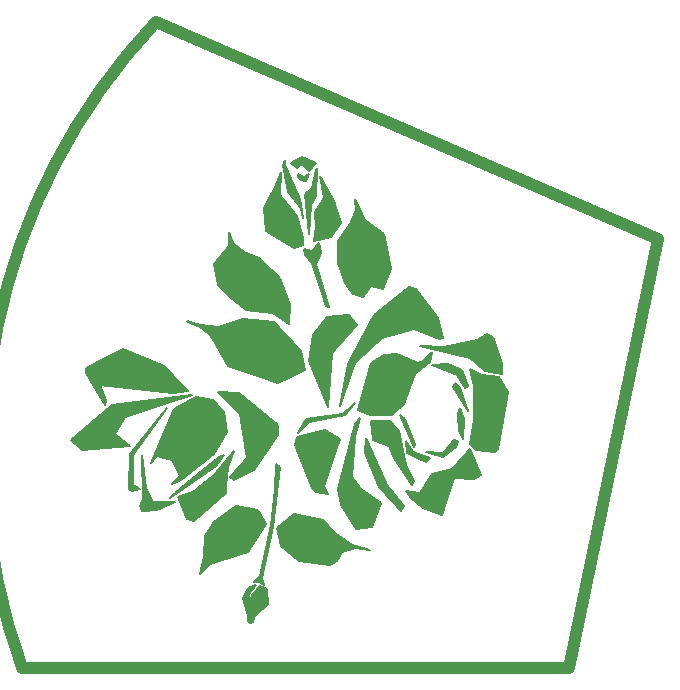
<source format=gbr>
%TF.GenerationSoftware,KiCad,Pcbnew,(6.0.6)*%
%TF.CreationDate,2022-09-18T12:13:00-04:00*%
%TF.ProjectId,tier2,74696572-322e-46b6-9963-61645f706362,rev?*%
%TF.SameCoordinates,Original*%
%TF.FileFunction,Soldermask,Top*%
%TF.FilePolarity,Negative*%
%FSLAX46Y46*%
G04 Gerber Fmt 4.6, Leading zero omitted, Abs format (unit mm)*
G04 Created by KiCad (PCBNEW (6.0.6)) date 2022-09-18 12:13:00*
%MOMM*%
%LPD*%
G01*
G04 APERTURE LIST*
%ADD10C,0.150000*%
%ADD11C,1.000000*%
G04 APERTURE END LIST*
D10*
G36*
X132625000Y-73375000D02*
G01*
X132975000Y-73100000D01*
X132800000Y-73725000D01*
X132375000Y-73650000D01*
X132100000Y-73325000D01*
X132100000Y-73075000D01*
X132625000Y-73375000D01*
G37*
X132625000Y-73375000D02*
X132975000Y-73100000D01*
X132800000Y-73725000D01*
X132375000Y-73650000D01*
X132100000Y-73325000D01*
X132100000Y-73075000D01*
X132625000Y-73375000D01*
G36*
X134025000Y-79825000D02*
G01*
X133600000Y-80750000D01*
X134750000Y-84375000D01*
X134475000Y-84300000D01*
X133300000Y-80625000D01*
X132650000Y-79975000D01*
X132625000Y-79475000D01*
X133250000Y-79600000D01*
X133875000Y-78975000D01*
X134025000Y-79825000D01*
G37*
X134025000Y-79825000D02*
X133600000Y-80750000D01*
X134750000Y-84375000D01*
X134475000Y-84300000D01*
X133300000Y-80625000D01*
X132650000Y-79975000D01*
X132625000Y-79475000D01*
X133250000Y-79600000D01*
X133875000Y-78975000D01*
X134025000Y-79825000D01*
G36*
X135150000Y-75400000D02*
G01*
X135725000Y-77275000D01*
X134850000Y-78400000D01*
X133400000Y-78750000D01*
X133575000Y-77575000D01*
X133500000Y-76300000D01*
X134325000Y-75100000D01*
X133950000Y-73250000D01*
X135150000Y-75400000D01*
G37*
X135150000Y-75400000D02*
X135725000Y-77275000D01*
X134850000Y-78400000D01*
X133400000Y-78750000D01*
X133575000Y-77575000D01*
X133500000Y-76300000D01*
X134325000Y-75100000D01*
X133950000Y-73250000D01*
X135150000Y-75400000D01*
G36*
X130525000Y-74850000D02*
G01*
X132025000Y-76650000D01*
X132475000Y-78525000D01*
X132475000Y-79150000D01*
X131775000Y-79375000D01*
X129375000Y-77950000D01*
X129175000Y-75975000D01*
X130175000Y-74200000D01*
X130650000Y-72925000D01*
X130525000Y-74850000D01*
G37*
X130525000Y-74850000D02*
X132025000Y-76650000D01*
X132475000Y-78525000D01*
X132475000Y-79150000D01*
X131775000Y-79375000D01*
X129375000Y-77950000D01*
X129175000Y-75975000D01*
X130175000Y-74200000D01*
X130650000Y-72925000D01*
X130525000Y-74850000D01*
G36*
X133625000Y-74975000D02*
G01*
X133225000Y-75750000D01*
X133025000Y-78150000D01*
X132675000Y-74825000D01*
X133250000Y-74250000D01*
X133625000Y-72725000D01*
X133725000Y-72625000D01*
X133625000Y-74975000D01*
G37*
X133625000Y-74975000D02*
X133225000Y-75750000D01*
X133025000Y-78150000D01*
X132675000Y-74825000D01*
X133250000Y-74250000D01*
X133625000Y-72725000D01*
X133725000Y-72625000D01*
X133625000Y-74975000D01*
G36*
X130951127Y-72333977D02*
G01*
X132251127Y-75233977D01*
X132525000Y-76800000D01*
X132304878Y-75981099D01*
X131204878Y-74606099D01*
X130775000Y-72350000D01*
X130975000Y-71925000D01*
X130951127Y-72333977D01*
G37*
X130951127Y-72333977D02*
X132251127Y-75233977D01*
X132525000Y-76800000D01*
X132304878Y-75981099D01*
X131204878Y-74606099D01*
X130775000Y-72350000D01*
X130975000Y-71925000D01*
X130951127Y-72333977D01*
G36*
X133625000Y-72200000D02*
G01*
X133000000Y-72825000D01*
X132400000Y-72250000D01*
X132000000Y-72600000D01*
X131500000Y-72150000D01*
X132400000Y-71650000D01*
X133625000Y-72200000D01*
G37*
X133625000Y-72200000D02*
X133000000Y-72825000D01*
X132400000Y-72250000D01*
X132000000Y-72600000D01*
X131500000Y-72150000D01*
X132400000Y-71650000D01*
X133625000Y-72200000D01*
G36*
X134200000Y-102425000D02*
G01*
X135250000Y-103475000D01*
X136625000Y-104475000D01*
X138200000Y-104900000D01*
X137000000Y-104750000D01*
X135800000Y-105125000D01*
X135400000Y-105850000D01*
X134824364Y-106207504D01*
X132139723Y-105852341D01*
X130640359Y-104594837D01*
X130325000Y-103100000D01*
X131725000Y-101850000D01*
X134200000Y-102425000D01*
G37*
X134200000Y-102425000D02*
X135250000Y-103475000D01*
X136625000Y-104475000D01*
X138200000Y-104900000D01*
X137000000Y-104750000D01*
X135800000Y-105125000D01*
X135400000Y-105850000D01*
X134824364Y-106207504D01*
X132139723Y-105852341D01*
X130640359Y-104594837D01*
X130325000Y-103100000D01*
X131725000Y-101850000D01*
X134200000Y-102425000D01*
G36*
X127905341Y-108698570D02*
G01*
X127975000Y-109600000D01*
X128225000Y-108775000D01*
X128850000Y-108000000D01*
X129450000Y-108275000D01*
X129575000Y-109475000D01*
X128375000Y-110600000D01*
X128300000Y-111000000D01*
X128050000Y-111150000D01*
X127825000Y-110950000D01*
X127875000Y-110550000D01*
X127450000Y-109025000D01*
X127850000Y-108150000D01*
X128563378Y-107895712D01*
X127905341Y-108698570D01*
G37*
X127905341Y-108698570D02*
X127975000Y-109600000D01*
X128225000Y-108775000D01*
X128850000Y-108000000D01*
X129450000Y-108275000D01*
X129575000Y-109475000D01*
X128375000Y-110600000D01*
X128300000Y-111000000D01*
X128050000Y-111150000D01*
X127825000Y-110950000D01*
X127875000Y-110550000D01*
X127450000Y-109025000D01*
X127850000Y-108150000D01*
X128563378Y-107895712D01*
X127905341Y-108698570D01*
G36*
X130600000Y-97875000D02*
G01*
X129925000Y-102975000D01*
X129000000Y-107325000D01*
X129225000Y-107875000D01*
X128775000Y-107650000D01*
X128325000Y-107650000D01*
X128825000Y-107175000D01*
X129825000Y-102800000D01*
X130150000Y-99850000D01*
X130200000Y-97700000D01*
X130600000Y-97875000D01*
G37*
X130600000Y-97875000D02*
X129925000Y-102975000D01*
X129000000Y-107325000D01*
X129225000Y-107875000D01*
X128775000Y-107650000D01*
X128325000Y-107650000D01*
X128825000Y-107175000D01*
X129825000Y-102800000D01*
X130150000Y-99850000D01*
X130200000Y-97700000D01*
X130600000Y-97875000D01*
G36*
X128725000Y-101575000D02*
G01*
X129400000Y-102750000D01*
X127875000Y-105100000D01*
X124600000Y-106125000D01*
X123825000Y-106950000D01*
X124125000Y-105550000D01*
X124175000Y-103775000D01*
X124975000Y-102575000D01*
X126850000Y-101250000D01*
X128725000Y-101575000D01*
G37*
X128725000Y-101575000D02*
X129400000Y-102750000D01*
X127875000Y-105100000D01*
X124600000Y-106125000D01*
X123825000Y-106950000D01*
X124125000Y-105550000D01*
X124175000Y-103775000D01*
X124975000Y-102575000D01*
X126850000Y-101250000D01*
X128725000Y-101575000D01*
G36*
X127100000Y-91675000D02*
G01*
X130351838Y-94335327D01*
X130378775Y-95161433D01*
X128328775Y-98186433D01*
X126678775Y-98986433D01*
X126350000Y-98775000D01*
X127750000Y-97125000D01*
X127175000Y-93400000D01*
X125300000Y-91575000D01*
X127100000Y-91675000D01*
G37*
X127100000Y-91675000D02*
X130351838Y-94335327D01*
X130378775Y-95161433D01*
X128328775Y-98186433D01*
X126678775Y-98986433D01*
X126350000Y-98775000D01*
X127750000Y-97125000D01*
X127175000Y-93400000D01*
X125300000Y-91575000D01*
X127100000Y-91675000D01*
G36*
X126151838Y-97910327D02*
G01*
X125951838Y-99435327D01*
X126026838Y-100085327D01*
X123301838Y-102510327D01*
X122676838Y-102285327D01*
X121951838Y-100485327D01*
X123201838Y-100035327D01*
X124978174Y-98604271D01*
X126701838Y-96585327D01*
X126151838Y-97910327D01*
G37*
X126151838Y-97910327D02*
X125951838Y-99435327D01*
X126026838Y-100085327D01*
X123301838Y-102510327D01*
X122676838Y-102285327D01*
X121951838Y-100485327D01*
X123201838Y-100035327D01*
X124978174Y-98604271D01*
X126701838Y-96585327D01*
X126151838Y-97910327D01*
G36*
X125151838Y-97785327D02*
G01*
X121251838Y-100510327D01*
X121651838Y-100085327D01*
X123226838Y-98860327D01*
X125426838Y-97085327D01*
X125826838Y-96935327D01*
X125151838Y-97785327D01*
G37*
X125151838Y-97785327D02*
X121251838Y-100510327D01*
X121651838Y-100085327D01*
X123226838Y-98860327D01*
X125426838Y-97085327D01*
X125826838Y-96935327D01*
X125151838Y-97785327D01*
G36*
X124926990Y-92208214D02*
G01*
X125776990Y-93233214D01*
X126101990Y-94983214D01*
X124976990Y-96808214D01*
X122151838Y-99035327D01*
X121451990Y-99333214D01*
X122076990Y-98633214D01*
X121376838Y-97360327D01*
X120176990Y-96983214D01*
X119601990Y-97608214D01*
X121626838Y-93035327D01*
X123476838Y-91985327D01*
X124926990Y-92208214D01*
G37*
X124926990Y-92208214D02*
X125776990Y-93233214D01*
X126101990Y-94983214D01*
X124976990Y-96808214D01*
X122151838Y-99035327D01*
X121451990Y-99333214D01*
X122076990Y-98633214D01*
X121376838Y-97360327D01*
X120176990Y-96983214D01*
X119601990Y-97608214D01*
X121626838Y-93035327D01*
X123476838Y-91985327D01*
X124926990Y-92208214D01*
G36*
X119201838Y-99660327D02*
G01*
X119801838Y-100860327D01*
X121676838Y-100885327D01*
X120151838Y-101510327D01*
X118901838Y-101635327D01*
X118726838Y-101235327D01*
X118951838Y-100635327D01*
X118901838Y-96910327D01*
X119201838Y-99660327D01*
G37*
X119201838Y-99660327D02*
X119801838Y-100860327D01*
X121676838Y-100885327D01*
X120151838Y-101510327D01*
X118901838Y-101635327D01*
X118726838Y-101235327D01*
X118951838Y-100635327D01*
X118901838Y-96910327D01*
X119201838Y-99660327D01*
G36*
X118087423Y-96873362D02*
G01*
X118087423Y-99423362D01*
X118687423Y-99798362D01*
X117987423Y-99948362D01*
X117787423Y-99798362D01*
X117837423Y-96773362D01*
X121012423Y-92948362D01*
X118087423Y-96873362D01*
G37*
X118087423Y-96873362D02*
X118087423Y-99423362D01*
X118687423Y-99798362D01*
X117987423Y-99948362D01*
X117787423Y-99798362D01*
X117837423Y-96773362D01*
X121012423Y-92948362D01*
X118087423Y-96873362D01*
G36*
X117426838Y-93685327D02*
G01*
X116551838Y-95135327D01*
X117901838Y-96160327D01*
X113826838Y-96485327D01*
X112876838Y-95635327D01*
X116301838Y-92685327D01*
X123126838Y-91810327D01*
X117426838Y-93685327D01*
G37*
X117426838Y-93685327D02*
X116551838Y-95135327D01*
X117901838Y-96160327D01*
X113826838Y-96485327D01*
X112876838Y-95635327D01*
X116301838Y-92685327D01*
X123126838Y-91810327D01*
X117426838Y-93685327D01*
G36*
X120776838Y-89335327D02*
G01*
X122780797Y-91456637D01*
X121459544Y-91621101D01*
X115301838Y-91010327D01*
X115801838Y-92210327D01*
X115751838Y-92685327D01*
X114096191Y-89985094D01*
X114160013Y-89502656D01*
X117287844Y-87924106D01*
X120776838Y-89335327D01*
G37*
X120776838Y-89335327D02*
X122780797Y-91456637D01*
X121459544Y-91621101D01*
X115301838Y-91010327D01*
X115801838Y-92210327D01*
X115751838Y-92685327D01*
X114096191Y-89985094D01*
X114160013Y-89502656D01*
X117287844Y-87924106D01*
X120776838Y-89335327D01*
G36*
X137775000Y-76975000D02*
G01*
X139350000Y-78200000D01*
X139925000Y-81175000D01*
X139275000Y-82875000D01*
X138250000Y-82550000D01*
X137575000Y-83500000D01*
X136725000Y-83250000D01*
X136100000Y-82300000D01*
X135450000Y-80650000D01*
X135450000Y-78800000D01*
X136525000Y-77350000D01*
X137000000Y-76150000D01*
X136875000Y-75225000D01*
X137775000Y-76975000D01*
G37*
X137775000Y-76975000D02*
X139350000Y-78200000D01*
X139925000Y-81175000D01*
X139275000Y-82875000D01*
X138250000Y-82550000D01*
X137575000Y-83500000D01*
X136725000Y-83250000D01*
X136100000Y-82300000D01*
X135450000Y-80650000D01*
X135450000Y-78800000D01*
X136525000Y-77350000D01*
X137000000Y-76150000D01*
X136875000Y-75225000D01*
X137775000Y-76975000D01*
G36*
X126575141Y-78917411D02*
G01*
X127550141Y-79667411D01*
X128758265Y-80233925D01*
X130524954Y-81925063D01*
X131424954Y-84225063D01*
X131308265Y-85808925D01*
X129949954Y-84875063D01*
X127675141Y-84592411D01*
X126375141Y-83642411D01*
X125325141Y-82492411D01*
X124950141Y-80692411D01*
X126225141Y-79217411D01*
X126225141Y-78017411D01*
X126575141Y-78917411D01*
G37*
X126575141Y-78917411D02*
X127550141Y-79667411D01*
X128758265Y-80233925D01*
X130524954Y-81925063D01*
X131424954Y-84225063D01*
X131308265Y-85808925D01*
X129949954Y-84875063D01*
X127675141Y-84592411D01*
X126375141Y-83642411D01*
X125325141Y-82492411D01*
X124950141Y-80692411D01*
X126225141Y-79217411D01*
X126225141Y-78017411D01*
X126575141Y-78917411D01*
G36*
X139875000Y-94050000D02*
G01*
X140600000Y-94850000D01*
X141200000Y-97725000D01*
X141925000Y-99100000D01*
X141775000Y-99400000D01*
X140225000Y-97150000D01*
X139750000Y-96125000D01*
X138475000Y-95625000D01*
X138250000Y-93975000D01*
X139875000Y-94050000D01*
G37*
X139875000Y-94050000D02*
X140600000Y-94850000D01*
X141200000Y-97725000D01*
X141925000Y-99100000D01*
X141775000Y-99400000D01*
X140225000Y-97150000D01*
X139750000Y-96125000D01*
X138475000Y-95625000D01*
X138250000Y-93975000D01*
X139875000Y-94050000D01*
G36*
X145625000Y-95700000D02*
G01*
X145450000Y-96250000D01*
X144375000Y-97050000D01*
X142925000Y-96600000D01*
X144350000Y-96700000D01*
X145250000Y-95625000D01*
X145625000Y-95700000D01*
G37*
X145625000Y-95700000D02*
X145450000Y-96250000D01*
X144375000Y-97050000D01*
X142925000Y-96600000D01*
X144350000Y-96700000D01*
X145250000Y-95625000D01*
X145625000Y-95700000D01*
G36*
X141825000Y-96675000D02*
G01*
X143225000Y-97150000D01*
X142925000Y-97450000D01*
X141300000Y-96750000D01*
X141200000Y-95700000D01*
X141825000Y-96675000D01*
G37*
X141825000Y-96675000D02*
X143225000Y-97150000D01*
X142925000Y-97450000D01*
X141300000Y-96750000D01*
X141200000Y-95700000D01*
X141825000Y-96675000D01*
G36*
X141150000Y-93825000D02*
G01*
X142000000Y-95950000D01*
X141900000Y-96250000D01*
X140750000Y-93500000D01*
X141150000Y-93825000D01*
G37*
X141150000Y-93825000D02*
X142000000Y-95950000D01*
X141900000Y-96250000D01*
X140750000Y-93500000D01*
X141150000Y-93825000D01*
G36*
X147575000Y-98625000D02*
G01*
X147025000Y-98950000D01*
X145275000Y-98825000D01*
X144250000Y-101950000D01*
X142625000Y-101400000D01*
X141625000Y-100500000D01*
X141200000Y-99975000D01*
X142325000Y-100125000D01*
X142450000Y-100125000D01*
X143450000Y-98525000D01*
X145150000Y-98100000D01*
X146625000Y-96375000D01*
X147575000Y-98625000D01*
G37*
X147575000Y-98625000D02*
X147025000Y-98950000D01*
X145275000Y-98825000D01*
X144250000Y-101950000D01*
X142625000Y-101400000D01*
X141625000Y-100500000D01*
X141200000Y-99975000D01*
X142325000Y-100125000D01*
X142450000Y-100125000D01*
X143450000Y-98525000D01*
X145150000Y-98100000D01*
X146625000Y-96375000D01*
X147575000Y-98625000D01*
G36*
X139600000Y-99425000D02*
G01*
X141100000Y-101200000D01*
X140825000Y-101650000D01*
X138925000Y-99575000D01*
X137725000Y-96750000D01*
X137800000Y-95475000D01*
X139600000Y-99425000D01*
G37*
X139600000Y-99425000D02*
X141100000Y-101200000D01*
X140825000Y-101650000D01*
X138925000Y-99575000D01*
X137725000Y-96750000D01*
X137800000Y-95475000D01*
X139600000Y-99425000D01*
G36*
X143225000Y-89000000D02*
G01*
X142000000Y-90025000D01*
X141075000Y-92575000D01*
X140025000Y-93475000D01*
X138200000Y-93500000D01*
X137125000Y-93050000D01*
X138250000Y-89100000D01*
X139375000Y-88400000D01*
X140450000Y-88350000D01*
X142225000Y-89100000D01*
X142675000Y-88925000D01*
X143450000Y-88200000D01*
X143225000Y-89000000D01*
G37*
X143225000Y-89000000D02*
X142000000Y-90025000D01*
X141075000Y-92575000D01*
X140025000Y-93475000D01*
X138200000Y-93500000D01*
X137125000Y-93050000D01*
X138250000Y-89100000D01*
X139375000Y-88400000D01*
X140450000Y-88350000D01*
X142225000Y-89100000D01*
X142675000Y-88925000D01*
X143450000Y-88200000D01*
X143225000Y-89000000D01*
G36*
X146125000Y-93875000D02*
G01*
X146050000Y-95550000D01*
X145675000Y-94900000D01*
X145625000Y-93400000D01*
X145800000Y-92875000D01*
X146125000Y-93875000D01*
G37*
X146125000Y-93875000D02*
X146050000Y-95550000D01*
X145675000Y-94900000D01*
X145625000Y-93400000D01*
X145800000Y-92875000D01*
X146125000Y-93875000D01*
G36*
X145775000Y-91200000D02*
G01*
X146475000Y-93200000D01*
X145225000Y-91125000D01*
X145400000Y-90800000D01*
X145775000Y-91200000D01*
G37*
X145775000Y-91200000D02*
X146475000Y-93200000D01*
X145225000Y-91125000D01*
X145400000Y-90800000D01*
X145775000Y-91200000D01*
G36*
X145975000Y-89700000D02*
G01*
X146500000Y-91025000D01*
X146225000Y-91250000D01*
X145575000Y-90100000D01*
X143425000Y-89275000D01*
X144750000Y-89150000D01*
X145975000Y-89700000D01*
G37*
X145975000Y-89700000D02*
X146500000Y-91025000D01*
X146225000Y-91250000D01*
X145575000Y-90100000D01*
X143425000Y-89275000D01*
X144750000Y-89150000D01*
X145975000Y-89700000D01*
G36*
X147650000Y-90100000D02*
G01*
X149075000Y-90250000D01*
X149875000Y-91600000D01*
X149475000Y-94025000D01*
X149050000Y-96425000D01*
X148800000Y-96675000D01*
X147175000Y-96450000D01*
X146625000Y-95950000D01*
X147000000Y-93900000D01*
X146975000Y-91025000D01*
X146625000Y-89650000D01*
X147650000Y-90100000D01*
G37*
X147650000Y-90100000D02*
X149075000Y-90250000D01*
X149875000Y-91600000D01*
X149475000Y-94025000D01*
X149050000Y-96425000D01*
X148800000Y-96675000D01*
X147175000Y-96450000D01*
X146625000Y-95950000D01*
X147000000Y-93900000D01*
X146975000Y-91025000D01*
X146625000Y-89650000D01*
X147650000Y-90100000D01*
G36*
X148575000Y-86875000D02*
G01*
X149375000Y-89150000D01*
X149375000Y-90000000D01*
X147875000Y-89750000D01*
X146625000Y-88650000D01*
X142400000Y-87625000D01*
X144425000Y-87750000D01*
X147275000Y-87125000D01*
X148100000Y-86650000D01*
X148575000Y-86875000D01*
G37*
X148575000Y-86875000D02*
X149375000Y-89150000D01*
X149375000Y-90000000D01*
X147875000Y-89750000D01*
X146625000Y-88650000D01*
X142400000Y-87625000D01*
X144425000Y-87750000D01*
X147275000Y-87125000D01*
X148100000Y-86650000D01*
X148575000Y-86875000D01*
G36*
X142075000Y-82800000D02*
G01*
X143950000Y-85325000D01*
X144400000Y-86950000D01*
X144000000Y-87075000D01*
X141875000Y-86250000D01*
X139175000Y-87025000D01*
X136900000Y-89100000D01*
X135650000Y-92750000D01*
X136300000Y-89150000D01*
X138500000Y-85050000D01*
X141500000Y-82700000D01*
X142075000Y-82800000D01*
G37*
X142075000Y-82800000D02*
X143950000Y-85325000D01*
X144400000Y-86950000D01*
X144000000Y-87075000D01*
X141875000Y-86250000D01*
X139175000Y-87025000D01*
X136900000Y-89100000D01*
X135650000Y-92750000D01*
X136300000Y-89150000D01*
X138500000Y-85050000D01*
X141500000Y-82700000D01*
X142075000Y-82800000D01*
G36*
X136925000Y-95400000D02*
G01*
X136650000Y-98725000D01*
X137450000Y-99800000D01*
X139100000Y-100975000D01*
X138350000Y-103025000D01*
X136975000Y-103200000D01*
X135725000Y-101150000D01*
X135458062Y-99762600D01*
X136883062Y-94237600D01*
X137350000Y-93725000D01*
X136925000Y-95400000D01*
G37*
X136925000Y-95400000D02*
X136650000Y-98725000D01*
X137450000Y-99800000D01*
X139100000Y-100975000D01*
X138350000Y-103025000D01*
X136975000Y-103200000D01*
X135725000Y-101150000D01*
X135458062Y-99762600D01*
X136883062Y-94237600D01*
X137350000Y-93725000D01*
X136925000Y-95400000D01*
G36*
X135619498Y-95504366D02*
G01*
X134269498Y-99529366D01*
X134597381Y-100156131D01*
X133572381Y-100031131D01*
X133247381Y-99656131D01*
X131797381Y-96056131D01*
X131972381Y-95406131D01*
X134344498Y-94779366D01*
X135619498Y-95504366D01*
G37*
X135619498Y-95504366D02*
X134269498Y-99529366D01*
X134597381Y-100156131D01*
X133572381Y-100031131D01*
X133247381Y-99656131D01*
X131797381Y-96056131D01*
X131972381Y-95406131D01*
X134344498Y-94779366D01*
X135619498Y-95504366D01*
G36*
X136100000Y-93525000D02*
G01*
X132975000Y-94100000D01*
X132125000Y-95050000D01*
X132750000Y-93850000D01*
X135875000Y-93425000D01*
X136875000Y-92525000D01*
X136100000Y-93525000D01*
G37*
X136100000Y-93525000D02*
X132975000Y-94100000D01*
X132125000Y-95050000D01*
X132750000Y-93850000D01*
X135875000Y-93425000D01*
X136875000Y-92525000D01*
X136100000Y-93525000D01*
G36*
X137050000Y-85925000D02*
G01*
X134975000Y-88225000D01*
X134625000Y-92800000D01*
X133050000Y-88925000D01*
X133375000Y-86725000D01*
X134575000Y-85225000D01*
X136425000Y-85025000D01*
X137050000Y-85925000D01*
G37*
X137050000Y-85925000D02*
X134975000Y-88225000D01*
X134625000Y-92800000D01*
X133050000Y-88925000D01*
X133375000Y-86725000D01*
X134575000Y-85225000D01*
X136425000Y-85025000D01*
X137050000Y-85925000D01*
G36*
X130050000Y-85675000D02*
G01*
X132375000Y-88075000D01*
X132650000Y-89675000D01*
X130375000Y-90825000D01*
X126125000Y-89350000D01*
X125075000Y-87375000D01*
X124625000Y-86750000D01*
X123800000Y-86075000D01*
X122775000Y-85600000D01*
X122650000Y-85525000D01*
X123825000Y-85925000D01*
X125375000Y-86075000D01*
X127425000Y-85350000D01*
X130050000Y-85675000D01*
G37*
X130050000Y-85675000D02*
X132375000Y-88075000D01*
X132650000Y-89675000D01*
X130375000Y-90825000D01*
X126125000Y-89350000D01*
X125075000Y-87375000D01*
X124625000Y-86750000D01*
X123800000Y-86075000D01*
X122775000Y-85600000D01*
X122650000Y-85525000D01*
X123825000Y-85925000D01*
X125375000Y-86075000D01*
X127425000Y-85350000D01*
X130050000Y-85675000D01*
D11*
X120057926Y-60232474D02*
G75*
G03*
X108725000Y-114900000I38763935J-36544467D01*
G01*
X120050000Y-60225000D02*
X162575000Y-78650000D01*
X162575000Y-78650000D02*
X155050000Y-114900000D01*
X155050000Y-114900000D02*
X108725000Y-114900000D01*
M02*

</source>
